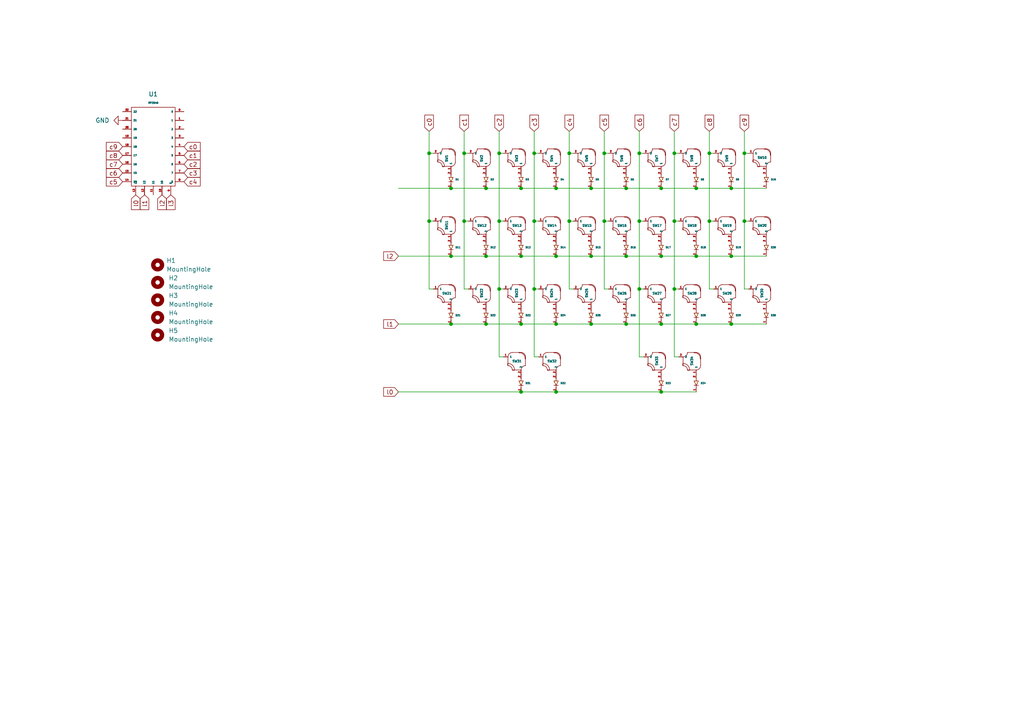
<source format=kicad_sch>
(kicad_sch (version 20211123) (generator eeschema)
  (paper "A4")
  (lib_symbols
    (symbol "Mechanical:MountingHole" (pin_names (offset 1.016))
      (property "Reference" "H" (at 0 5.08 0))
      (property "Value" "MountingHole" (at 0 3.175 0))
      (symbol "MountingHole_0_1"
        (circle (center 0 0) (radius 1.27) (stroke (width 1.27)))
      )
    )
    (symbol "keyb:Diode"
      (property "Reference" "D" (at -0.635 -1.27 0))
      (symbol "Diode_0_1"
        (polyline (pts (xy -1.27 0) (xy -0.635 0)))
        (polyline (pts (xy 0.635 0) (xy 1.27 0)))
        (polyline (pts (xy -0.635 0.635) (xy -0.635 -0.635) (xy -0.635 0)))
        (polyline (pts (xy -0.635 0) (xy 0.635 0.635) (xy 0.635 -0.635) (xy -0.635 0)) (fill (type background)))
      )
      (symbol "Diode_1_1"
        (pin bidirectional line (at -2.54 0 0) (length 1.27) (name "") (number "1"))
        (pin bidirectional line (at 2.54 0 180) (length 1.27) (name "") (number "2"))
      )
    )
    (symbol "keyb:RP2040"
      (property "Reference" "U" (at 0 1.27 0))
      (property "Value" "RP2040" (at 0 -2.54 0))
      (symbol "RP2040_0_1"
        (rectangle (start -6.35 11.43) (end 6.35 -11.43))
      )
      (symbol "RP2040_1_1"
        (pin bidirectional line (at 8.89 10.16 180) (length 2.54) (name "0") (number "0"))
        (pin bidirectional line (at 8.89 7.62 180) (length 2.54) (name "1") (number "1"))
        (pin bidirectional line (at 2.54 -13.97 90) (length 2.54) (name "10") (number "10"))
        (pin bidirectional line (at 0 -13.97 90) (length 2.54) (name "11") (number "11"))
        (pin bidirectional line (at -2.54 -13.97 90) (length 2.54) (name "12") (number "12"))
        (pin bidirectional line (at -5.08 -13.97 90) (length 2.54) (name "13") (number "13"))
        (pin bidirectional line (at -8.89 -10.16 0) (length 2.54) (name "14") (number "14"))
        (pin bidirectional line (at -8.89 -7.62 0) (length 2.54) (name "15") (number "15"))
        (pin bidirectional line (at -8.89 -5.08 0) (length 2.54) (name "16") (number "16"))
        (pin bidirectional line (at -8.89 -2.54 0) (length 2.54) (name "17") (number "17"))
        (pin bidirectional line (at -8.89 0 0) (length 2.54) (name "18") (number "18"))
        (pin bidirectional line (at -8.89 2.54 0) (length 2.54) (name "19") (number "19"))
        (pin bidirectional line (at 8.89 5.08 180) (length 2.54) (name "2") (number "2"))
        (pin bidirectional line (at -8.89 5.08 0) (length 2.54) (name "20") (number "20"))
        (pin bidirectional line (at -8.89 7.62 0) (length 2.54) (name "21") (number "21"))
        (pin bidirectional line (at -8.89 10.16 0) (length 2.54) (name "22") (number "22"))
        (pin bidirectional line (at 8.89 2.54 180) (length 2.54) (name "3") (number "3"))
        (pin bidirectional line (at 8.89 0 180) (length 2.54) (name "4") (number "4"))
        (pin bidirectional line (at 8.89 -2.54 180) (length 2.54) (name "5") (number "5"))
        (pin bidirectional line (at 8.89 -5.08 180) (length 2.54) (name "6") (number "6"))
        (pin bidirectional line (at 8.89 -7.62 180) (length 2.54) (name "7") (number "7"))
        (pin bidirectional line (at 8.89 -10.16 180) (length 2.54) (name "8") (number "8"))
        (pin bidirectional line (at 5.08 -13.97 90) (length 2.54) (name "9") (number "9"))
      )
    )
    (symbol "keyb:key"
      (property "Reference" "SW" (at 0 0 0))
      (symbol "key_0_1"
        (arc (start -2.54 -0.635) (mid -2.6715 -0.9525) (end -2.54 -1.27))
        (arc (start -1.27 -2.54) (mid -1.642 -1.642) (end -2.54 -1.27))
        (arc (start -1.27 -2.54) (mid -0.9525 -2.6715) (end -0.635 -2.54))
        (arc (start -1.27 2.54) (mid -2.168 2.168) (end -2.54 1.27))
        (arc (start -0.635 -2.54) (mid -1.1935 -1.1935) (end -2.54 -0.635))
        (polyline (pts (xy -2.54 -1.27) (xy -2.54 1.27)))
        (polyline (pts (xy -1.27 -2.54) (xy 1.27 -2.54)))
        (polyline (pts (xy 1.27 2.54) (xy -1.27 2.54)))
        (polyline (pts (xy 2.54 -1.27) (xy 2.54 1.27)))
        (arc (start 0.635 2.54) (mid 0.9525 1.7735) (end 1.27 2.54))
        (arc (start 2.54 -1.27) (mid 0.372 -0.372) (end 1.27 -2.54))
        (arc (start 2.54 0.635) (mid 3.887 3.887) (end 0.635 2.54))
        (arc (start 2.54 1.27) (mid 3.438 3.438) (end 1.27 2.54))
        (arc (start 2.54 1.27) (mid 1.7735 0.9525) (end 2.54 0.635))
      )
      (symbol "key_1_1"
        (pin bidirectional line (at -3.81 1.27 0) (length 1.27) (name "1") (number "1"))
        (pin bidirectional line (at 1.27 -3.81 90) (length 1.27) (name "2") (number "2"))
      )
    )
    (symbol "power:GND" (power) (pin_names (offset 0))
      (property "Value" "GND" (at 0 -3.81 0))
      (symbol "GND_0_1"
        (polyline (pts (xy 0 0) (xy 0 -1.27) (xy 1.27 -1.27) (xy 0 -2.54) (xy -1.27 -1.27) (xy 0 -1.27)))
      )
      (symbol "GND_1_1"
        (pin power_in line (at 0 0 270) (length 0) hide (name "GND") (number "1"))
      )
    )
  )
  (junction (at 215.9 44.45))
  (junction (at 144.78 44.45))
  (junction (at 181.61 93.98))
  (junction (at 140.97 54.61))
  (junction (at 191.77 113.665))
  (junction (at 161.29 113.665))
  (junction (at 175.26 44.45))
  (junction (at 171.45 93.98))
  (junction (at 215.9 64.135))
  (junction (at 201.93 74.295))
  (junction (at 151.13 93.98))
  (junction (at 154.94 64.135))
  (junction (at 205.74 64.135))
  (junction (at 165.1 44.45))
  (junction (at 191.77 54.61))
  (junction (at 181.61 54.61))
  (junction (at 130.81 93.98))
  (junction (at 201.93 93.98))
  (junction (at 140.97 74.295))
  (junction (at 140.97 93.98))
  (junction (at 171.45 74.295))
  (junction (at 191.77 93.98))
  (junction (at 161.29 74.295))
  (junction (at 191.77 74.295))
  (junction (at 134.62 44.45))
  (junction (at 212.09 74.295))
  (junction (at 144.78 64.135))
  (junction (at 154.94 44.45))
  (junction (at 195.58 44.45))
  (junction (at 151.13 54.61))
  (junction (at 144.78 83.82))
  (junction (at 171.45 54.61))
  (junction (at 195.58 64.135))
  (junction (at 185.42 44.45))
  (junction (at 195.58 83.82))
  (junction (at 151.13 74.295))
  (junction (at 161.29 93.98))
  (junction (at 201.93 54.61))
  (junction (at 181.61 74.295))
  (junction (at 161.29 54.61))
  (junction (at 130.81 54.61))
  (junction (at 134.62 64.135))
  (junction (at 165.1 64.135))
  (junction (at 124.46 64.135))
  (junction (at 185.42 83.82))
  (junction (at 151.13 113.665))
  (junction (at 175.26 64.135))
  (junction (at 212.09 54.61))
  (junction (at 185.42 64.135))
  (junction (at 205.74 44.45))
  (junction (at 212.09 93.98))
  (junction (at 154.94 83.82))
  (junction (at 130.81 74.295))
  (junction (at 124.46 44.45))
  (wire (pts (xy 175.26 38.1) (xy 175.26 44.45)))
  (wire (pts (xy 171.45 93.98) (xy 181.61 93.98)))
  (wire (pts (xy 140.97 54.61) (xy 151.13 54.61)))
  (wire (pts (xy 215.9 44.45) (xy 217.17 44.45)))
  (wire (pts (xy 144.78 44.45) (xy 144.78 64.135)))
  (wire (pts (xy 175.26 44.45) (xy 175.26 64.135)))
  (wire (pts (xy 151.13 93.98) (xy 161.29 93.98)))
  (wire (pts (xy 181.61 93.98) (xy 191.77 93.98)))
  (wire (pts (xy 215.9 64.135) (xy 215.9 83.82)))
  (wire (pts (xy 151.13 54.61) (xy 161.29 54.61)))
  (wire (pts (xy 161.29 54.61) (xy 171.45 54.61)))
  (wire (pts (xy 195.58 103.505) (xy 196.85 103.505)))
  (wire (pts (xy 134.62 44.45) (xy 134.62 64.135)))
  (wire (pts (xy 154.94 64.135) (xy 154.94 83.82)))
  (wire (pts (xy 130.81 74.295) (xy 115.57 74.295)))
  (wire (pts (xy 181.61 54.61) (xy 191.77 54.61)))
  (wire (pts (xy 205.74 64.135) (xy 207.01 64.135)))
  (wire (pts (xy 175.26 44.45) (xy 176.53 44.45)))
  (wire (pts (xy 212.09 93.98) (xy 222.25 93.98)))
  (wire (pts (xy 201.93 93.98) (xy 212.09 93.98)))
  (wire (pts (xy 161.29 93.98) (xy 171.45 93.98)))
  (wire (pts (xy 215.9 44.45) (xy 215.9 64.135)))
  (wire (pts (xy 154.94 103.505) (xy 156.21 103.505)))
  (wire (pts (xy 165.1 38.1) (xy 165.1 44.45)))
  (wire (pts (xy 161.29 74.295) (xy 151.13 74.295)))
  (wire (pts (xy 154.94 44.45) (xy 154.94 64.135)))
  (wire (pts (xy 151.13 113.665) (xy 161.29 113.665)))
  (wire (pts (xy 185.42 64.135) (xy 186.69 64.135)))
  (wire (pts (xy 212.09 54.61) (xy 222.25 54.61)))
  (wire (pts (xy 201.93 54.61) (xy 212.09 54.61)))
  (wire (pts (xy 165.1 83.82) (xy 166.37 83.82)))
  (wire (pts (xy 144.78 83.82) (xy 146.05 83.82)))
  (wire (pts (xy 175.26 64.135) (xy 176.53 64.135)))
  (wire (pts (xy 195.58 38.1) (xy 195.58 44.45)))
  (wire (pts (xy 130.81 54.61) (xy 140.97 54.61)))
  (wire (pts (xy 205.74 83.82) (xy 207.01 83.82)))
  (wire (pts (xy 195.58 64.135) (xy 196.85 64.135)))
  (wire (pts (xy 124.46 64.135) (xy 124.46 83.82)))
  (wire (pts (xy 175.26 64.135) (xy 175.26 83.82)))
  (wire (pts (xy 215.9 64.135) (xy 217.17 64.135)))
  (wire (pts (xy 140.97 93.98) (xy 151.13 93.98)))
  (wire (pts (xy 195.58 44.45) (xy 195.58 64.135)))
  (wire (pts (xy 175.26 83.82) (xy 176.53 83.82)))
  (wire (pts (xy 171.45 54.61) (xy 181.61 54.61)))
  (wire (pts (xy 124.46 64.135) (xy 125.73 64.135)))
  (wire (pts (xy 115.57 113.665) (xy 151.13 113.665)))
  (wire (pts (xy 124.46 38.1) (xy 124.46 44.45)))
  (wire (pts (xy 185.42 44.45) (xy 186.69 44.45)))
  (wire (pts (xy 215.9 83.82) (xy 217.17 83.82)))
  (wire (pts (xy 124.46 83.82) (xy 125.73 83.82)))
  (wire (pts (xy 140.97 74.295) (xy 130.81 74.295)))
  (wire (pts (xy 134.62 64.135) (xy 135.89 64.135)))
  (wire (pts (xy 205.74 44.45) (xy 207.01 44.45)))
  (wire (pts (xy 144.78 103.505) (xy 146.05 103.505)))
  (wire (pts (xy 144.78 38.1) (xy 144.78 44.45)))
  (wire (pts (xy 171.45 74.295) (xy 161.29 74.295)))
  (wire (pts (xy 185.42 38.1) (xy 185.42 44.45)))
  (wire (pts (xy 205.74 44.45) (xy 205.74 64.135)))
  (wire (pts (xy 165.1 64.135) (xy 166.37 64.135)))
  (wire (pts (xy 205.74 38.1) (xy 205.74 44.45)))
  (wire (pts (xy 201.93 74.295) (xy 191.77 74.295)))
  (wire (pts (xy 215.9 38.1) (xy 215.9 44.45)))
  (wire (pts (xy 134.62 83.82) (xy 135.89 83.82)))
  (wire (pts (xy 154.94 83.82) (xy 156.21 83.82)))
  (wire (pts (xy 185.42 44.45) (xy 185.42 64.135)))
  (wire (pts (xy 134.62 44.45) (xy 135.89 44.45)))
  (wire (pts (xy 124.46 44.45) (xy 124.46 64.135)))
  (wire (pts (xy 130.81 93.98) (xy 115.57 93.98)))
  (wire (pts (xy 185.42 83.82) (xy 186.69 83.82)))
  (wire (pts (xy 115.57 54.61) (xy 130.81 54.61)))
  (wire (pts (xy 191.77 74.295) (xy 181.61 74.295)))
  (wire (pts (xy 134.62 64.135) (xy 134.62 83.82)))
  (wire (pts (xy 195.58 83.82) (xy 195.58 103.505)))
  (wire (pts (xy 191.77 113.665) (xy 201.93 113.665)))
  (wire (pts (xy 144.78 44.45) (xy 146.05 44.45)))
  (wire (pts (xy 154.94 83.82) (xy 154.94 103.505)))
  (wire (pts (xy 134.62 38.1) (xy 134.62 44.45)))
  (wire (pts (xy 205.74 64.135) (xy 205.74 83.82)))
  (wire (pts (xy 195.58 64.135) (xy 195.58 83.82)))
  (wire (pts (xy 144.78 64.135) (xy 146.05 64.135)))
  (wire (pts (xy 195.58 83.82) (xy 196.85 83.82)))
  (wire (pts (xy 151.13 74.295) (xy 140.97 74.295)))
  (wire (pts (xy 195.58 44.45) (xy 196.85 44.45)))
  (wire (pts (xy 124.46 44.45) (xy 125.73 44.45)))
  (wire (pts (xy 185.42 64.135) (xy 185.42 83.82)))
  (wire (pts (xy 185.42 103.505) (xy 186.69 103.505)))
  (wire (pts (xy 165.1 44.45) (xy 166.37 44.45)))
  (wire (pts (xy 212.09 74.295) (xy 201.93 74.295)))
  (wire (pts (xy 161.29 113.665) (xy 191.77 113.665)))
  (wire (pts (xy 185.42 83.82) (xy 185.42 103.505)))
  (wire (pts (xy 181.61 74.295) (xy 171.45 74.295)))
  (wire (pts (xy 140.97 93.98) (xy 130.81 93.98)))
  (wire (pts (xy 191.77 93.98) (xy 201.93 93.98)))
  (wire (pts (xy 154.94 64.135) (xy 156.21 64.135)))
  (wire (pts (xy 165.1 44.45) (xy 165.1 64.135)))
  (wire (pts (xy 165.1 64.135) (xy 165.1 83.82)))
  (wire (pts (xy 154.94 38.1) (xy 154.94 44.45)))
  (wire (pts (xy 191.77 54.61) (xy 201.93 54.61)))
  (wire (pts (xy 144.78 64.135) (xy 144.78 83.82)))
  (wire (pts (xy 222.25 74.295) (xy 212.09 74.295)))
  (wire (pts (xy 144.78 83.82) (xy 144.78 103.505)))
  (wire (pts (xy 154.94 44.45) (xy 156.21 44.45)))
  (global_label "c4" (shape input) (at 165.1 38.1 90) (property "Références Inter-Feuilles" "${INTERSHEET_REFS}" (effects hide)))
  (global_label "c6" (shape input) (at 35.56 50.165 180) (property "Références Inter-Feuilles" "${INTERSHEET_REFS}" (effects hide)))
  (global_label "c1" (shape input) (at 134.62 38.1 90) (property "Références Inter-Feuilles" "${INTERSHEET_REFS}" (effects hide)))
  (global_label "c7" (shape input) (at 35.56 47.625 180) (property "Références Inter-Feuilles" "${INTERSHEET_REFS}" (effects hide)))
  (global_label "c8" (shape input) (at 35.56 45.085 180) (property "Références Inter-Feuilles" "${INTERSHEET_REFS}" (effects hide)))
  (global_label "c7" (shape input) (at 195.58 38.1 90) (property "Références Inter-Feuilles" "${INTERSHEET_REFS}" (effects hide)))
  (global_label "l0" (shape input) (at 115.57 113.665 180) (property "Références Inter-Feuilles" "${INTERSHEET_REFS}" (effects hide)))
  (global_label "c2" (shape input) (at 53.34 47.625 0) (property "Références Inter-Feuilles" "${INTERSHEET_REFS}" (effects hide)))
  (global_label "c9" (shape input) (at 35.56 42.545 180) (property "Références Inter-Feuilles" "${INTERSHEET_REFS}" (effects hide)))
  (global_label "c0" (shape input) (at 53.34 42.545 0) (property "Références Inter-Feuilles" "${INTERSHEET_REFS}" (effects hide)))
  (global_label "c5" (shape input) (at 175.26 38.1 90) (property "Références Inter-Feuilles" "${INTERSHEET_REFS}" (effects hide)))
  (global_label "l0" (shape input) (at 39.37 56.515 270) (property "Références Inter-Feuilles" "${INTERSHEET_REFS}" (effects hide)))
  (global_label "l1" (shape input) (at 115.57 93.98 180) (property "Références Inter-Feuilles" "${INTERSHEET_REFS}" (effects hide)))
  (global_label "c4" (shape input) (at 53.34 52.705 0) (property "Références Inter-Feuilles" "${INTERSHEET_REFS}" (effects hide)))
  (global_label "c0" (shape input) (at 124.46 38.1 90) (property "Références Inter-Feuilles" "${INTERSHEET_REFS}" (effects hide)))
  (global_label "c6" (shape input) (at 185.42 38.1 90) (property "Références Inter-Feuilles" "${INTERSHEET_REFS}" (effects hide)))
  (global_label "l1" (shape input) (at 41.91 56.515 270) (property "Références Inter-Feuilles" "${INTERSHEET_REFS}" (effects hide)))
  (global_label "l3" (shape input) (at 49.53 56.515 270) (property "Références Inter-Feuilles" "${INTERSHEET_REFS}" (effects hide)))
  (global_label "l2" (shape input) (at 115.57 74.295 180) (property "Références Inter-Feuilles" "${INTERSHEET_REFS}" (effects hide)))
  (global_label "c9" (shape input) (at 215.9 38.1 90) (property "Références Inter-Feuilles" "${INTERSHEET_REFS}" (effects hide)))
  (global_label "c8" (shape input) (at 205.74 38.1 90) (property "Références Inter-Feuilles" "${INTERSHEET_REFS}" (effects hide)))
  (global_label "c5" (shape input) (at 35.56 52.705 180) (property "Références Inter-Feuilles" "${INTERSHEET_REFS}" (effects hide)))
  (global_label "c3" (shape input) (at 154.94 38.1 90) (property "Références Inter-Feuilles" "${INTERSHEET_REFS}" (effects hide)))
  (global_label "c3" (shape input) (at 53.34 50.165 0) (property "Références Inter-Feuilles" "${INTERSHEET_REFS}" (effects hide)))
  (global_label "c2" (shape input) (at 144.78 38.1 90) (property "Références Inter-Feuilles" "${INTERSHEET_REFS}" (effects hide)))
  (global_label "c1" (shape input) (at 53.34 45.085 0) (property "Références Inter-Feuilles" "${INTERSHEET_REFS}" (effects hide)))
  (global_label "l2" (shape input) (at 46.99 56.515 270) (property "Références Inter-Feuilles" "${INTERSHEET_REFS}" (effects hide)))
  (symbol (lib_id "Mechanical:MountingHole") (at 45.72 76.835 270) (mirror x) (unit 1)
    (property "Reference" "H1" (at 48.26 75.5649 90) (effects (justify left)))
    (property "Value" "MountingHole" (at 48.26 78.1049 90) (effects (justify left)))
    (property "Footprint" "MountingHole:MountingHole_2.2mm_M2" (effects hide))
  )
  (symbol (lib_id "keyb:key") (at 170.18 85.09 270) (mirror x) (unit 1)
    (property "Reference" "SW25" (at 170.18 86.36 0) (effects (font (size 0.65 0.65)) (justify left)))
    (property "Value" "key" (effects hide))
    (property "Footprint" "keyb-libs:MX-5pin" (effects hide))
  )
  (symbol (lib_id "keyb:key") (at 139.7 45.72 270) (mirror x) (unit 1)
    (property "Reference" "SW2" (at 139.7 46.99 0) (effects (font (size 0.65 0.65)) (justify left)))
    (property "Value" "key" (effects hide))
    (property "Footprint" "keyb-libs:MX-5pin" (effects hide))
  )
  (symbol (lib_id "keyb:Diode") (at 140.97 91.44 90) (unit 1)
    (property "Reference" "D22" (at 142.24 91.44 90) (effects (font (size 0.5 0.5)) (justify right)))
    (property "Value" "Diode" (effects hide))
    (property "Footprint" "keyb-libs:Diode" (effects hide))
  )
  (symbol (lib_id "keyb:key") (at 190.5 104.775 270) (mirror x) (unit 1)
    (property "Reference" "SW33" (at 190.5 106.045 0) (effects (font (size 0.65 0.65)) (justify left)))
    (property "Value" "key" (effects hide))
    (property "Footprint" "keyb-libs:MX-5pin_stab" (effects hide))
  )
  (symbol (lib_id "keyb:Diode") (at 140.97 52.07 90) (unit 1)
    (property "Reference" "D2" (at 142.24 52.07 90) (effects (font (size 0.5 0.5)) (justify right)))
    (property "Value" "Diode" (effects hide))
    (property "Footprint" "keyb-libs:Diode" (effects hide))
  )
  (symbol (lib_id "keyb:Diode") (at 171.45 71.755 90) (unit 1)
    (property "Reference" "D15" (at 172.72 71.755 90) (effects (font (size 0.5 0.5)) (justify right)))
    (property "Value" "Diode" (effects hide))
    (property "Footprint" "keyb-libs:Diode" (effects hide))
  )
  (symbol (lib_id "keyb:Diode") (at 201.93 111.125 90) (unit 1)
    (property "Reference" "D34" (at 203.2 111.125 90) (effects (font (size 0.5 0.5)) (justify right)))
    (property "Value" "Diode" (effects hide))
    (property "Footprint" "keyb-libs:Diode" (effects hide))
  )
  (symbol (lib_id "keyb:Diode") (at 130.81 71.755 90) (unit 1)
    (property "Reference" "D11" (at 132.08 71.755 90) (effects (font (size 0.5 0.5)) (justify right)))
    (property "Value" "Diode" (effects hide))
    (property "Footprint" "keyb-libs:Diode" (effects hide))
  )
  (symbol (lib_id "keyb:Diode") (at 212.09 52.07 90) (unit 1)
    (property "Reference" "D9" (at 213.36 52.07 90) (effects (font (size 0.5 0.5)) (justify right)))
    (property "Value" "Diode" (effects hide))
    (property "Footprint" "keyb-libs:Diode" (effects hide))
  )
  (symbol (lib_id "keyb:Diode") (at 222.25 71.755 90) (unit 1)
    (property "Reference" "D20" (at 223.52 71.755 90) (effects (font (size 0.5 0.5)) (justify right)))
    (property "Value" "Diode" (effects hide))
    (property "Footprint" "keyb-libs:Diode" (effects hide))
  )
  (symbol (lib_id "keyb:key") (at 160.02 45.72 270) (mirror x) (unit 1)
    (property "Reference" "SW4" (at 160.02 46.99 0) (effects (font (size 0.65 0.65)) (justify left)))
    (property "Value" "key" (effects hide))
    (property "Footprint" "keyb-libs:MX-5pin" (effects hide))
  )
  (symbol (lib_id "keyb:key") (at 170.18 45.72 270) (mirror x) (unit 1)
    (property "Reference" "SW5" (at 170.18 46.99 0) (effects (font (size 0.65 0.65)) (justify left)))
    (property "Value" "key" (effects hide))
    (property "Footprint" "keyb-libs:MX-5pin" (effects hide))
  )
  (symbol (lib_id "keyb:Diode") (at 222.25 91.44 90) (unit 1)
    (property "Reference" "D30" (at 223.52 91.44 90) (effects (font (size 0.5 0.5)) (justify right)))
    (property "Value" "Diode" (effects hide))
    (property "Footprint" "keyb-libs:Diode" (effects hide))
  )
  (symbol (lib_id "keyb:Diode") (at 140.97 71.755 90) (unit 1)
    (property "Reference" "D12" (at 142.24 71.755 90) (effects (font (size 0.5 0.5)) (justify right)))
    (property "Value" "Diode" (effects hide))
    (property "Footprint" "keyb-libs:Diode" (effects hide))
  )
  (symbol (lib_id "keyb:Diode") (at 161.29 91.44 90) (unit 1)
    (property "Reference" "D24" (at 162.56 91.44 90) (effects (font (size 0.5 0.5)) (justify right)))
    (property "Value" "Diode" (effects hide))
    (property "Footprint" "keyb-libs:Diode" (effects hide))
  )
  (symbol (lib_id "Mechanical:MountingHole") (at 45.72 81.915 0) (unit 1)
    (property "Reference" "H2" (at 48.895 80.6449 0) (effects (justify left)))
    (property "Value" "MountingHole" (at 48.895 83.1849 0) (effects (justify left)))
    (property "Footprint" "MountingHole:MountingHole_2.2mm_M2" (effects hide))
  )
  (symbol (lib_id "keyb:key") (at 220.98 65.405 0) (unit 1)
    (property "Reference" "SW20" (at 219.71 65.405 0) (effects (font (size 0.65 0.65)) (justify left)))
    (property "Value" "key" (effects hide))
    (property "Footprint" "keyb-libs:MX-5pin" (effects hide))
  )
  (symbol (lib_id "keyb:key") (at 200.66 85.09 0) (unit 1)
    (property "Reference" "SW28" (at 199.39 85.09 0) (effects (font (size 0.65 0.65)) (justify left)))
    (property "Value" "key" (effects hide))
    (property "Footprint" "keyb-libs:MX-5pin" (effects hide))
  )
  (symbol (lib_id "keyb:key") (at 180.34 65.405 0) (unit 1)
    (property "Reference" "SW16" (at 179.07 65.405 0) (effects (font (size 0.65 0.65)) (justify left)))
    (property "Value" "key" (effects hide))
    (property "Footprint" "keyb-libs:MX-5pin" (effects hide))
  )
  (symbol (lib_id "keyb:key") (at 180.34 85.09 0) (unit 1)
    (property "Reference" "SW26" (at 179.07 85.09 0) (effects (font (size 0.65 0.65)) (justify left)))
    (property "Value" "key" (effects hide))
    (property "Footprint" "keyb-libs:MX-5pin" (effects hide))
  )
  (symbol (lib_id "keyb:key") (at 149.86 85.09 270) (mirror x) (unit 1)
    (property "Reference" "SW23" (at 149.86 86.36 0) (effects (font (size 0.65 0.65)) (justify left)))
    (property "Value" "key" (effects hide))
    (property "Footprint" "keyb-libs:MX-5pin" (effects hide))
  )
  (symbol (lib_id "keyb:Diode") (at 130.81 91.44 90) (unit 1)
    (property "Reference" "D21" (at 132.08 91.44 90) (effects (font (size 0.5 0.5)) (justify right)))
    (property "Value" "Diode" (effects hide))
    (property "Footprint" "keyb-libs:Diode" (effects hide))
  )
  (symbol (lib_id "keyb:key") (at 149.86 104.775 0) (unit 1)
    (property "Reference" "SW31" (at 148.59 104.775 0) (effects (font (size 0.65 0.65)) (justify left)))
    (property "Value" "key" (effects hide))
    (property "Footprint" "keyb-libs:MX-5pin" (effects hide))
  )
  (symbol (lib_id "keyb:key") (at 139.7 65.405 0) (unit 1)
    (property "Reference" "SW12" (at 138.43 65.405 0) (effects (font (size 0.65 0.65)) (justify left)))
    (property "Value" "key" (effects hide))
    (property "Footprint" "keyb-libs:MX-5pin" (effects hide))
  )
  (symbol (lib_id "keyb:key") (at 200.66 65.405 0) (unit 1)
    (property "Reference" "SW18" (at 199.39 65.405 0) (effects (font (size 0.65 0.65)) (justify left)))
    (property "Value" "key" (effects hide))
    (property "Footprint" "keyb-libs:MX-5pin" (effects hide))
  )
  (symbol (lib_id "keyb:Diode") (at 201.93 52.07 90) (unit 1)
    (property "Reference" "D8" (at 203.2 52.07 90) (effects (font (size 0.5 0.5)) (justify right)))
    (property "Value" "Diode" (effects hide))
    (property "Footprint" "keyb-libs:Diode" (effects hide))
  )
  (symbol (lib_id "keyb:Diode") (at 191.77 52.07 90) (unit 1)
    (property "Reference" "D7" (at 193.04 52.07 90) (effects (font (size 0.5 0.5)) (justify right)))
    (property "Value" "Diode" (effects hide))
    (property "Footprint" "keyb-libs:Diode" (effects hide))
  )
  (symbol (lib_id "keyb:Diode") (at 191.77 71.755 90) (unit 1)
    (property "Reference" "D17" (at 193.04 71.755 90) (effects (font (size 0.5 0.5)) (justify right)))
    (property "Value" "Diode" (effects hide))
    (property "Footprint" "keyb-libs:Diode" (effects hide))
  )
  (symbol (lib_id "keyb:Diode") (at 171.45 52.07 90) (unit 1)
    (property "Reference" "D5" (at 172.72 52.07 90) (effects (font (size 0.5 0.5)) (justify right)))
    (property "Value" "Diode" (effects hide))
    (property "Footprint" "keyb-libs:Diode" (effects hide))
  )
  (symbol (lib_id "keyb:key") (at 210.82 65.405 0) (unit 1)
    (property "Reference" "SW19" (at 209.55 65.405 0) (effects (font (size 0.65 0.65)) (justify left)))
    (property "Value" "key" (effects hide))
    (property "Footprint" "keyb-libs:MX-5pin" (effects hide))
  )
  (symbol (lib_id "keyb:Diode") (at 191.77 111.125 90) (unit 1)
    (property "Reference" "D33" (at 193.04 111.125 90) (effects (font (size 0.5 0.5)) (justify right)))
    (property "Value" "Diode" (effects hide))
    (property "Footprint" "keyb-libs:Diode" (effects hide))
  )
  (symbol (lib_id "keyb:key") (at 129.54 85.09 0) (unit 1)
    (property "Reference" "SW21" (at 128.27 85.09 0) (effects (font (size 0.65 0.65)) (justify left)))
    (property "Value" "key" (effects hide))
    (property "Footprint" "keyb-libs:MX-5pin" (effects hide))
  )
  (symbol (lib_id "keyb:Diode") (at 181.61 91.44 90) (unit 1)
    (property "Reference" "D26" (at 182.88 91.44 90) (effects (font (size 0.5 0.5)) (justify right)))
    (property "Value" "Diode" (effects hide))
    (property "Footprint" "keyb-libs:Diode" (effects hide))
  )
  (symbol (lib_id "keyb:Diode") (at 161.29 111.125 90) (unit 1)
    (property "Reference" "D32" (at 162.56 111.125 90) (effects (font (size 0.5 0.5)) (justify right)))
    (property "Value" "Diode" (effects hide))
    (property "Footprint" "keyb-libs:Diode" (effects hide))
  )
  (symbol (lib_id "keyb:Diode") (at 171.45 91.44 90) (unit 1)
    (property "Reference" "D25" (at 172.72 91.44 90) (effects (font (size 0.5 0.5)) (justify right)))
    (property "Value" "Diode" (effects hide))
    (property "Footprint" "keyb-libs:Diode" (effects hide))
  )
  (symbol (lib_id "keyb:Diode") (at 151.13 111.125 90) (unit 1)
    (property "Reference" "D31" (at 152.4 111.125 90) (effects (font (size 0.5 0.5)) (justify right)))
    (property "Value" "Diode" (effects hide))
    (property "Footprint" "keyb-libs:Diode" (effects hide))
  )
  (symbol (lib_id "Mechanical:MountingHole") (at 45.72 86.995 0) (unit 1)
    (property "Reference" "H3" (at 48.895 85.7249 0) (effects (justify left)))
    (property "Value" "MountingHole" (at 48.895 88.2649 0) (effects (justify left)))
    (property "Footprint" "MountingHole:MountingHole_2.2mm_M2" (effects hide))
  )
  (symbol (lib_id "keyb:key") (at 170.18 65.405 0) (unit 1)
    (property "Reference" "SW15" (at 168.91 65.405 0) (effects (font (size 0.65 0.65)) (justify left)))
    (property "Value" "key" (effects hide))
    (property "Footprint" "keyb-libs:MX-5pin" (effects hide))
  )
  (symbol (lib_id "keyb:key") (at 160.02 104.775 0) (unit 1)
    (property "Reference" "SW32" (at 158.75 104.775 0) (effects (font (size 0.65 0.65)) (justify left)))
    (property "Value" "key" (effects hide))
    (property "Footprint" "keyb-libs:MX-5pin_stab" (effects hide))
  )
  (symbol (lib_id "keyb:Diode") (at 151.13 91.44 90) (unit 1)
    (property "Reference" "D23" (at 152.4 91.44 90) (effects (font (size 0.5 0.5)) (justify right)))
    (property "Value" "Diode" (effects hide))
    (property "Footprint" "keyb-libs:Diode" (effects hide))
  )
  (symbol (lib_id "keyb:key") (at 160.02 65.405 0) (unit 1)
    (property "Reference" "SW14" (at 158.75 65.405 0) (effects (font (size 0.65 0.65)) (justify left)))
    (property "Value" "key" (effects hide))
    (property "Footprint" "keyb-libs:MX-5pin" (effects hide))
  )
  (symbol (lib_id "keyb:Diode") (at 201.93 71.755 90) (unit 1)
    (property "Reference" "D18" (at 203.2 71.755 90) (effects (font (size 0.5 0.5)) (justify right)))
    (property "Value" "Diode" (effects hide))
    (property "Footprint" "keyb-libs:Diode" (effects hide))
  )
  (symbol (lib_id "keyb:key") (at 190.5 45.72 270) (mirror x) (unit 1)
    (property "Reference" "SW7" (at 190.5 46.99 0) (effects (font (size 0.65 0.65)) (justify left)))
    (property "Value" "key" (effects hide))
    (property "Footprint" "keyb-libs:MX-5pin" (effects hide))
  )
  (symbol (lib_id "keyb:key") (at 220.98 85.09 270) (mirror x) (unit 1)
    (property "Reference" "SW30" (at 220.98 86.36 0) (effects (font (size 0.65 0.65)) (justify left)))
    (property "Value" "key" (effects hide))
    (property "Footprint" "keyb-libs:MX-5pin" (effects hide))
  )
  (symbol (lib_id "keyb:Diode") (at 181.61 71.755 90) (unit 1)
    (property "Reference" "D16" (at 182.88 71.755 90) (effects (font (size 0.5 0.5)) (justify right)))
    (property "Value" "Diode" (effects hide))
    (property "Footprint" "keyb-libs:Diode" (effects hide))
  )
  (symbol (lib_id "keyb:Diode") (at 191.77 91.44 90) (unit 1)
    (property "Reference" "D27" (at 193.04 91.44 90) (effects (font (size 0.5 0.5)) (justify right)))
    (property "Value" "Diode" (effects hide))
    (property "Footprint" "keyb-libs:Diode" (effects hide))
  )
  (symbol (lib_id "keyb:key") (at 190.5 65.405 0) (unit 1)
    (property "Reference" "SW17" (at 189.23 65.405 0) (effects (font (size 0.65 0.65)) (justify left)))
    (property "Value" "key" (effects hide))
    (property "Footprint" "keyb-libs:MX-5pin" (effects hide))
  )
  (symbol (lib_id "keyb:key") (at 200.66 104.775 270) (mirror x) (unit 1)
    (property "Reference" "SW34" (at 200.66 106.045 0) (effects (font (size 0.65 0.65)) (justify left)))
    (property "Value" "key" (effects hide))
    (property "Footprint" "keyb-libs:MX-5pin" (effects hide))
  )
  (symbol (lib_id "keyb:key") (at 210.82 85.09 0) (unit 1)
    (property "Reference" "SW29" (at 209.55 85.09 0) (effects (font (size 0.65 0.65)) (justify left)))
    (property "Value" "key" (effects hide))
    (property "Footprint" "keyb-libs:MX-5pin" (effects hide))
  )
  (symbol (lib_id "Mechanical:MountingHole") (at 45.72 92.075 0) (unit 1)
    (property "Reference" "H4" (at 48.895 90.8049 0) (effects (justify left)))
    (property "Value" "MountingHole" (at 48.895 93.3449 0) (effects (justify left)))
    (property "Footprint" "MountingHole:MountingHole_2.2mm_M2" (effects hide))
  )
  (symbol (lib_id "keyb:Diode") (at 161.29 71.755 90) (unit 1)
    (property "Reference" "D14" (at 162.56 71.755 90) (effects (font (size 0.5 0.5)) (justify right)))
    (property "Value" "Diode" (effects hide))
    (property "Footprint" "keyb-libs:Diode" (effects hide))
  )
  (symbol (lib_id "keyb:Diode") (at 161.29 52.07 90) (unit 1)
    (property "Reference" "D4" (at 162.56 52.07 90) (effects (font (size 0.5 0.5)) (justify right)))
    (property "Value" "Diode" (effects hide))
    (property "Footprint" "keyb-libs:Diode" (effects hide))
  )
  (symbol (lib_id "keyb:key") (at 149.86 45.72 270) (mirror x) (unit 1)
    (property "Reference" "SW3" (at 149.86 46.99 0) (effects (font (size 0.65 0.65)) (justify left)))
    (property "Value" "key" (effects hide))
    (property "Footprint" "keyb-libs:MX-5pin" (effects hide))
  )
  (symbol (lib_id "keyb:Diode") (at 181.61 52.07 90) (unit 1)
    (property "Reference" "D6" (at 182.88 52.07 90) (effects (font (size 0.5 0.5)) (justify right)))
    (property "Value" "Diode" (effects hide))
    (property "Footprint" "keyb-libs:Diode" (effects hide))
  )
  (symbol (lib_id "keyb:key") (at 149.86 65.405 0) (unit 1)
    (property "Reference" "SW13" (at 148.59 65.405 0) (effects (font (size 0.65 0.65)) (justify left)))
    (property "Value" "key" (effects hide))
    (property "Footprint" "keyb-libs:MX-5pin" (effects hide))
  )
  (symbol (lib_id "keyb:key") (at 180.34 45.72 270) (mirror x) (unit 1)
    (property "Reference" "SW6" (at 180.34 46.99 0) (effects (font (size 0.65 0.65)) (justify left)))
    (property "Value" "key" (effects hide))
    (property "Footprint" "keyb-libs:MX-5pin" (effects hide))
  )
  (symbol (lib_id "power:GND") (at 35.56 34.925 270) (unit 1)
    (property "Reference" "#PWR01" (effects hide))
    (property "Value" "GND" (at 31.75 34.9249 90) (effects (justify right)))
  )
  (symbol (lib_id "keyb:Diode") (at 212.09 71.755 90) (unit 1)
    (property "Reference" "D19" (at 213.36 71.755 90) (effects (font (size 0.5 0.5)) (justify right)))
    (property "Value" "Diode" (effects hide))
    (property "Footprint" "keyb-libs:Diode" (effects hide))
  )
  (symbol (lib_id "keyb:key") (at 129.54 45.72 270) (mirror x) (unit 1)
    (property "Reference" "SW1" (at 129.54 46.99 0) (effects (font (size 0.65 0.65)) (justify left)))
    (property "Value" "key" (effects hide))
    (property "Footprint" "keyb-libs:MX-5pin" (effects hide))
  )
  (symbol (lib_id "keyb:key") (at 200.66 45.72 270) (mirror x) (unit 1)
    (property "Reference" "SW8" (at 200.66 46.99 0) (effects (font (size 0.65 0.65)) (justify left)))
    (property "Value" "key" (effects hide))
    (property "Footprint" "keyb-libs:MX-5pin" (effects hide))
  )
  (symbol (lib_id "keyb:key") (at 220.98 45.72 0) (unit 1)
    (property "Reference" "SW10" (at 219.71 45.72 0) (effects (font (size 0.65 0.65)) (justify left)))
    (property "Value" "key" (effects hide))
    (property "Footprint" "keyb-libs:MX-5pin" (effects hide))
  )
  (symbol (lib_id "keyb:Diode") (at 151.13 52.07 90) (unit 1)
    (property "Reference" "D3" (at 152.4 52.07 90) (effects (font (size 0.5 0.5)) (justify right)))
    (property "Value" "Diode" (effects hide))
    (property "Footprint" "keyb-libs:Diode" (effects hide))
  )
  (symbol (lib_id "keyb:RP2040") (at 44.45 42.545 0) (unit 1)
    (property "Reference" "U1" (at 44.45 27.305 0))
    (property "Value" "RP2040" (at 44.45 29.845 0) (effects (font (size 0.5 0.5))))
    (property "Footprint" "keyb-libs:RP2040" (effects hide))
  )
  (symbol (lib_id "keyb:key") (at 190.5 85.09 0) (unit 1)
    (property "Reference" "SW27" (at 189.23 85.09 0) (effects (font (size 0.65 0.65)) (justify left)))
    (property "Value" "key" (effects hide))
    (property "Footprint" "keyb-libs:MX-5pin" (effects hide))
  )
  (symbol (lib_id "keyb:key") (at 129.54 65.405 270) (mirror x) (unit 1)
    (property "Reference" "SW11" (at 129.54 66.675 0) (effects (font (size 0.65 0.65)) (justify left)))
    (property "Value" "key" (effects hide))
    (property "Footprint" "keyb-libs:MX-5pin" (effects hide))
  )
  (symbol (lib_id "keyb:Diode") (at 212.09 91.44 90) (unit 1)
    (property "Reference" "D29" (at 213.36 91.44 90) (effects (font (size 0.5 0.5)) (justify right)))
    (property "Value" "Diode" (effects hide))
    (property "Footprint" "keyb-libs:Diode" (effects hide))
  )
  (symbol (lib_id "Mechanical:MountingHole") (at 45.72 97.155 0) (unit 1)
    (property "Reference" "H5" (at 48.895 95.8849 0) (effects (justify left)))
    (property "Value" "MountingHole" (at 48.895 98.4249 0) (effects (justify left)))
    (property "Footprint" "MountingHole:MountingHole_2.2mm_M2" (effects hide))
  )
  (symbol (lib_id "keyb:Diode") (at 130.81 52.07 90) (unit 1)
    (property "Reference" "D1" (at 132.08 52.07 90) (effects (font (size 0.5 0.5)) (justify right)))
    (property "Value" "Diode" (effects hide))
    (property "Footprint" "keyb-libs:Diode" (effects hide))
  )
  (symbol (lib_id "keyb:key") (at 160.02 85.09 270) (mirror x) (unit 1)
    (property "Reference" "SW24" (at 160.02 86.36 0) (effects (font (size 0.65 0.65)) (justify left)))
    (property "Value" "key" (effects hide))
    (property "Footprint" "keyb-libs:MX-5pin" (effects hide))
  )
  (symbol (lib_id "keyb:key") (at 210.82 45.72 270) (mirror x) (unit 1)
    (property "Reference" "SW9" (at 210.82 46.99 0) (effects (font (size 0.65 0.65)) (justify left)))
    (property "Value" "key" (effects hide))
    (property "Footprint" "keyb-libs:MX-5pin" (effects hide))
  )
  (symbol (lib_id "keyb:Diode") (at 201.93 91.44 90) (unit 1)
    (property "Reference" "D28" (at 203.2 91.44 90) (effects (font (size 0.5 0.5)) (justify right)))
    (property "Value" "Diode" (effects hide))
    (property "Footprint" "keyb-libs:Diode" (effects hide))
  )
  (symbol (lib_id "keyb:key") (at 139.7 85.09 270) (mirror x) (unit 1)
    (property "Reference" "SW22" (at 139.7 86.36 0) (effects (font (size 0.65 0.65)) (justify left)))
    (property "Value" "key" (effects hide))
    (property "Footprint" "keyb-libs:MX-5pin" (effects hide))
  )
  (symbol (lib_id "keyb:Diode") (at 151.13 71.755 90) (unit 1)
    (property "Reference" "D13" (at 152.4 71.755 90) (effects (font (size 0.5 0.5)) (justify right)))
    (property "Value" "Diode" (effects hide))
    (property "Footprint" "keyb-libs:Diode" (effects hide))
  )
  (symbol (lib_id "keyb:Diode") (at 222.25 52.07 90) (unit 1)
    (property "Reference" "D10" (at 223.52 52.07 90) (effects (font (size 0.5 0.5)) (justify right)))
    (property "Value" "Diode" (effects hide))
    (property "Footprint" "keyb-libs:Diode" (effects hide))
  )
)
</source>
